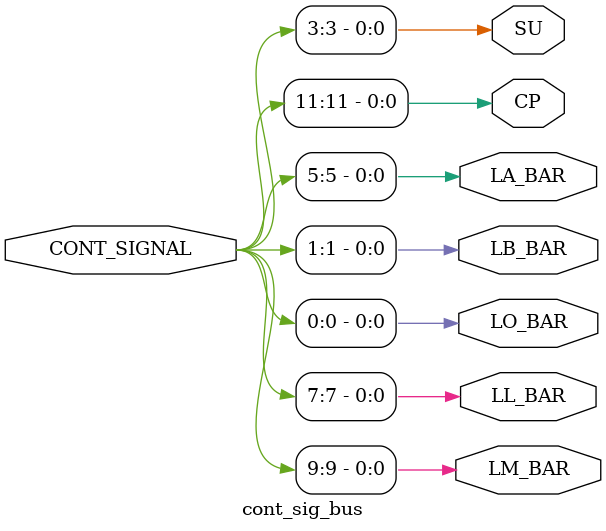
<source format=v>
module cont_sig_bus( CONT_SIGNAL , LM_BAR , LL_BAR, LO_BAR, LB_BAR, LA_BAR,CP, SU);

input [11:0] CONT_SIGNAL ;
output LM_BAR, LL_BAR, LO_BAR, LB_BAR, LA_BAR,CP, SU ;

assign LM_BAR = CONT_SIGNAL[9] ;
assign LL_BAR = CONT_SIGNAL[7] ;
assign LO_BAR = CONT_SIGNAL[0] ;
assign LB_BAR = CONT_SIGNAL[1] ;
assign LA_BAR = CONT_SIGNAL[5] ;
assign CP = CONT_SIGNAL[11] ;
assign SU = CONT_SIGNAL[3] ;

endmodule
</source>
